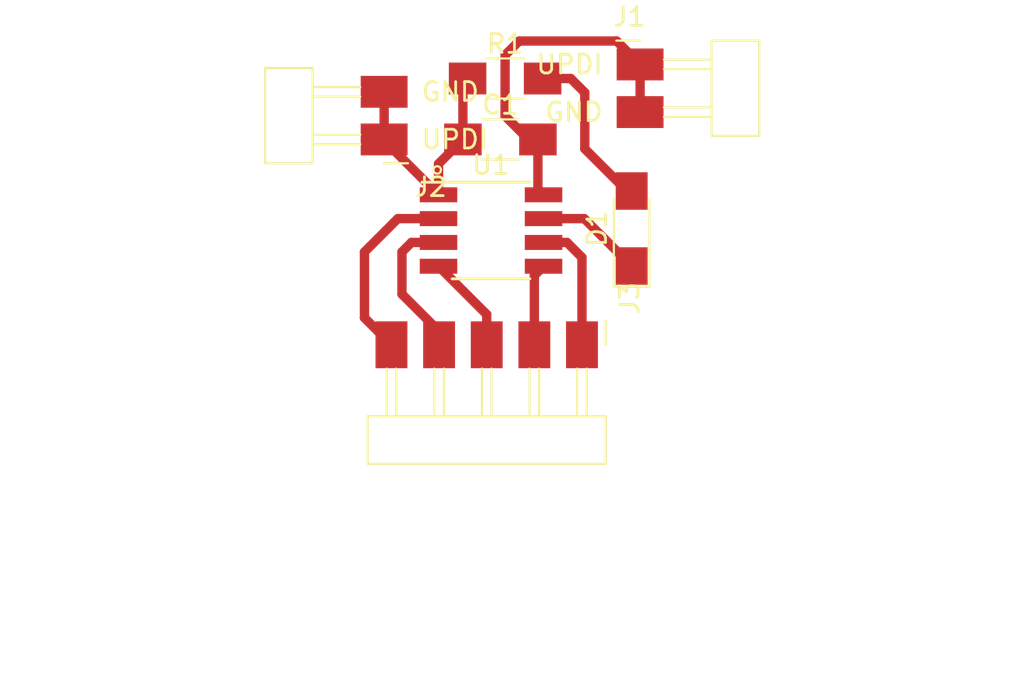
<source format=kicad_pcb>
(kicad_pcb (version 20211014) (generator pcbnew)
  (layers (0 "F.Cu" signal) (31 "B.Cu" signal) (34 "B.Paste" user) (35 "F.Paste" user) (36 "B.SilkS" user "B.Silkscreen") (37 "F.SilkS" user "F.Silkscreen") (38 "B.Mask" user) (39 "F.Mask" user) (44 "Edge.Cuts" user))
  (net 0 "")
  (net 1 "Net-(D1-Pad2)")
  (net 2 "/led pin")
  (net 3 "/gnd")
  (net 4 "/power")
  (net 5 "/rx")
  (net 6 "/tx")
  (net 7 "/scl")
  (net 8 "/sda")
  (net 9 "/updi")
  (footprint "fab:PinHeader_UPDI_01x02_P2.54mm_Horizontal_SMD" (layer "F.Cu") (at 123.2 74.25)
    (fp_text reference "J1" (at -1.524 -2.54 180) (layer "F.SilkS") (effects (justify left)))
    (fp_text value "Conn_PinHeader_1x02_P2.54mm_Horizontal_SMD")
    (fp_text user "UPDI" (at -1.905 0) (layer "F.SilkS") (effects (justify right)))
    (fp_text user "GND" (at -1.905 2.54) (layer "F.SilkS") (effects (justify right)))
    (fp_line (start 3.81 2.794) (end 1.27 2.794) (layer "F.SilkS") (width 0.12))
    (fp_line (start 3.81 -0.254) (end 1.27 -0.254) (layer "F.SilkS") (width 0.12))
    (fp_line (start 3.81 -1.27) (end 6.35 -1.27) (layer "F.SilkS") (width 0.12))
    (fp_line (start 3.81 2.286) (end 1.27 2.286) (layer "F.SilkS") (width 0.12))
    (fp_line (start 6.35 3.81) (end 3.81 3.81) (layer "F.SilkS") (width 0.12))
    (fp_line (start 3.81 3.81) (end 3.81 -1.27) (layer "F.SilkS") (width 0.12))
    (fp_line (start 3.81 0.254) (end 1.27 0.254) (layer "F.SilkS") (width 0.12))
    (fp_line (start -1.27 -1.27) (end 0 -1.27) (layer "F.SilkS") (width 0.12))
    (fp_line (start 6.35 -1.27) (end 6.35 3.81) (layer "F.SilkS") (width 0.12))
    (pad "1" smd rect locked (at 0 0) (size 2.5 1.7) (layers "F.Cu" "F.Paste" "F.Mask") (net 3 "/gnd"))
    (pad "2" smd rect locked (at 0 2.54) (size 2.5 1.7) (layers "F.Cu" "F.Paste" "F.Mask") (net 3 "/gnd"))
  )
  (footprint "fab:SOIC-8_3.9x4.9mm_P1.27mm" (layer "F.Cu") (at 115.25 83.1075)
    (fp_text reference "U1" (at 0 -3.5) (layer "F.SilkS"))
    (fp_text value "Microcontroller_ATtiny412_SSFR")
    (fp_line (start -3.69 -2.575) (end 2.075 -2.575) (layer "F.SilkS") (width 0.15))
    (fp_line (start -2.075 2.575) (end 2.075 2.575) (layer "F.SilkS") (width 0.15))
    (fp_circle (center -2.87 -3.23) (end -2.67 -3.23) (layer "F.SilkS") (width 0.12) (fill none))
    (pad "1" smd rect locked (at -2.8 -1.905) (size 2 0.8) (layers "F.Cu" "F.Paste" "F.Mask") (net 4 "/power"))
    (pad "2" smd rect locked (at -2.8 -0.635) (size 2 0.8) (layers "F.Cu" "F.Paste" "F.Mask") (net 6 "/tx"))
    (pad "3" smd rect locked (at -2.8 0.635) (size 2 0.8) (layers "F.Cu" "F.Paste" "F.Mask") (net 5 "/rx"))
    (pad "4" smd rect locked (at -2.8 1.905) (size 2 0.8) (layers "F.Cu" "F.Paste" "F.Mask") (net 8 "/sda"))
    (pad "5" smd rect locked (at 2.8 1.905) (size 2 0.8) (layers "F.Cu" "F.Paste" "F.Mask") (net 7 "/scl"))
    (pad "6" smd rect locked (at 2.8 0.635) (size 2 0.8) (layers "F.Cu" "F.Paste" "F.Mask") (net 9 "/updi"))
    (pad "7" smd rect locked (at 2.8 -0.635) (size 2 0.8) (layers "F.Cu" "F.Paste" "F.Mask") (net 2 "/led pin"))
    (pad "8" smd rect locked (at 2.8 -1.905) (size 2 0.8) (layers "F.Cu" "F.Paste" "F.Mask") (net 3 "/gnd"))
  )
  (footprint "fab:PinHeader_1x05_P2.54mm_Horizontal_SMD" (layer "F.Cu") (at 120.1 89.2 -90)
    (fp_text reference "J3" (at -1.524 -2.54 90) (layer "F.SilkS") (effects (justify left)))
    (fp_text value "Conn_PinHeader_1x05_P2.54mm_Horizontal_SMD")
    (fp_line (start 3.81 5.334) (end 1.27 5.334) (layer "F.SilkS") (width 0.12))
    (fp_line (start 3.81 2.286) (end 1.27 2.286) (layer "F.SilkS") (width 0.12))
    (fp_line (start 6.35 -1.27) (end 6.35 11.43) (layer "F.SilkS") (width 0.12))
    (fp_line (start 3.81 10.414) (end 1.27 10.414) (layer "F.SilkS") (width 0.12))
    (fp_line (start 3.81 9.906) (end 1.27 9.906) (layer "F.SilkS") (width 0.12))
    (fp_line (start 3.81 -1.27) (end 6.35 -1.27) (layer "F.SilkS") (width 0.12))
    (fp_line (start 3.81 11.43) (end 3.81 -1.27) (layer "F.SilkS") (width 0.12))
    (fp_line (start 3.81 7.366) (end 1.27 7.366) (layer "F.SilkS") (width 0.12))
    (fp_line (start 3.81 -0.254) (end 1.27 -0.254) (layer "F.SilkS") (width 0.12))
    (fp_line (start 3.81 4.826) (end 1.27 4.826) (layer "F.SilkS") (width 0.12))
    (fp_line (start -1.27 -1.27) (end 0 -1.27) (layer "F.SilkS") (width 0.12))
    (fp_line (start 3.81 0.254) (end 1.27 0.254) (layer "F.SilkS") (width 0.12))
    (fp_line (start 3.81 7.874) (end 1.27 7.874) (layer "F.SilkS") (width 0.12))
    (fp_line (start 6.35 11.43) (end 3.81 11.43) (layer "F.SilkS") (width 0.12))
    (fp_line (start 3.81 2.794) (end 1.27 2.794) (layer "F.SilkS") (width 0.12))
    (pad "1" smd rect locked (at 0 0 270) (size 2.5 1.7) (layers "F.Cu" "F.Paste" "F.Mask") (net 9 "/updi"))
    (pad "2" smd rect locked (at 0 2.54 270) (size 2.5 1.7) (layers "F.Cu" "F.Paste" "F.Mask") (net 7 "/scl"))
    (pad "3" smd rect locked (at 0 5.08 270) (size 2.5 1.7) (layers "F.Cu" "F.Paste" "F.Mask") (net 8 "/sda"))
    (pad "4" smd rect locked (at 0 7.62 270) (size 2.5 1.7) (layers "F.Cu" "F.Paste" "F.Mask") (net 5 "/rx"))
    (pad "5" smd rect locked (at 0 10.16 270) (size 2.5 1.7) (layers "F.Cu" "F.Paste" "F.Mask") (net 6 "/tx"))
  )
  (footprint "fab:R_1206" (layer "F.Cu") (at 116 75)
    (fp_text reference "R1" (at 0 -1.85) (layer "F.SilkS"))
    (fp_text value "R")
    (fp_line (start -1 -1.07) (end 1 -1.07) (layer "F.SilkS") (width 0.12))
    (fp_line (start 1 1.07) (end -1 1.07) (layer "F.SilkS") (width 0.12))
    (pad "1" smd rect locked (at -2 0) (size 2 1.7) (layers "F.Cu" "F.Paste" "F.Mask") (net 4 "/power"))
    (pad "2" smd rect locked (at 2 0) (size 2 1.7) (layers "F.Cu" "F.Paste" "F.Mask") (net 1 "Net-(D1-Pad2)"))
  )
  (footprint "fab:C_1206" (layer "F.Cu") (at 115.75 78.25)
    (fp_text reference "C1" (at 0 -1.85) (layer "F.SilkS"))
    (fp_text value "C")
    (fp_line (start -1 -1.07) (end 1 -1.07) (layer "F.SilkS") (width 0.12))
    (fp_line (start 1 1.07) (end -1 1.07) (layer "F.SilkS") (width 0.12))
    (pad "1" smd rect locked (at -2 0) (size 2 1.7) (layers "F.Cu" "F.Paste" "F.Mask") (net 4 "/power"))
    (pad "2" smd rect locked (at 2 0) (size 2 1.7) (layers "F.Cu" "F.Paste" "F.Mask") (net 3 "/gnd"))
  )
  (footprint "fab:PinHeader_UPDI_01x02_P2.54mm_Horizontal_SMD" (layer "F.Cu") (at 109.55 78.25 180)
    (fp_text reference "J2" (at -1.524 -2.54) (layer "F.SilkS") (effects (justify left)))
    (fp_text value "Conn_PinHeader_1x02_P2.54mm_Horizontal_SMD")
    (fp_text user "GND" (at -1.905 2.54) (layer "F.SilkS") (effects (justify left)))
    (fp_text user "UPDI" (at -1.905 0) (layer "F.SilkS") (effects (justify left)))
    (fp_line (start 3.81 3.81) (end 3.81 -1.27) (layer "F.SilkS") (width 0.12))
    (fp_line (start 3.81 0.254) (end 1.27 0.254) (layer "F.SilkS") (width 0.12))
    (fp_line (start 3.81 -0.254) (end 1.27 -0.254) (layer "F.SilkS") (width 0.12))
    (fp_line (start 6.35 -1.27) (end 6.35 3.81) (layer "F.SilkS") (width 0.12))
    (fp_line (start 6.35 3.81) (end 3.81 3.81) (layer "F.SilkS") (width 0.12))
    (fp_line (start 3.81 -1.27) (end 6.35 -1.27) (layer "F.SilkS") (width 0.12))
    (fp_line (start 3.81 2.794) (end 1.27 2.794) (layer "F.SilkS") (width 0.12))
    (fp_line (start 3.81 2.286) (end 1.27 2.286) (layer "F.SilkS") (width 0.12))
    (fp_line (start -1.27 -1.27) (end 0 -1.27) (layer "F.SilkS") (width 0.12))
    (pad "1" smd rect locked (at 0 0 180) (size 2.5 1.7) (layers "F.Cu" "F.Paste" "F.Mask") (net 4 "/power"))
    (pad "2" smd rect locked (at 0 2.54 180) (size 2.5 1.7) (layers "F.Cu" "F.Paste" "F.Mask") (net 4 "/power"))
  )
  (footprint "fab:LED_1206" (layer "F.Cu") (at 122.75 83 90)
    (fp_text reference "D1" (at 0 -1.85 90) (layer "F.SilkS"))
    (fp_text value "LED")
    (fp_line (start -3.1 -0.95) (end 1.6 -0.95) (layer "F.SilkS") (width 0.12))
    (fp_line (start -3.1 0.95) (end 1.6 0.95) (layer "F.SilkS") (width 0.12))
    (fp_line (start -3.1 -0.95) (end -3.1 0.95) (layer "F.SilkS") (width 0.12))
    (pad "1" smd rect locked (at -2 0 90) (size 2 1.7) (layers "F.Cu" "F.Paste" "F.Mask") (net 2 "/led pin"))
    (pad "2" smd rect locked (at 2 0 90) (size 2 1.7) (layers "F.Cu" "F.Paste" "F.Mask") (net 1 "Net-(D1-Pad2)"))
  )
  (segment (start 118 75) (end 119.5 75) (width 0.5) (layer "F.Cu") (net 1))
  (segment (start 120.25 75.75) (end 120.25 78.75) (width 0.5) (layer "F.Cu") (net 1))
  (segment (start 122.5 81) (end 122.75 81) (width 0.5) (layer "F.Cu") (net 1))
  (segment (start 120.25 78.75) (end 122.5 81) (width 0.5) (layer "F.Cu") (net 1))
  (segment (start 119.5 75) (end 120.25 75.75) (width 0.5) (layer "F.Cu") (net 1))
  (segment (start 120.2225 82.4725) (end 118.05 82.4725) (width 0.5) (layer "F.Cu") (net 2))
  (segment (start 122.75 85) (end 120.2225 82.4725) (width 0.5) (layer "F.Cu") (net 2))
  (segment (start 123.2 74.25) (end 121.95 73) (width 0.5) (layer "F.Cu") (net 3))
  (segment (start 116 77) (end 117.25 78.25) (width 0.5) (layer "F.Cu") (net 3))
  (segment (start 116 73.75) (end 116 77) (width 0.5) (layer "F.Cu") (net 3))
  (segment (start 123.2 76.79) (end 123.2 74.25) (width 0.5) (layer "F.Cu") (net 3))
  (segment (start 117.75 80.9025) (end 118.05 81.2025) (width 0.5) (layer "F.Cu") (net 3))
  (segment (start 117.25 78.25) (end 117.75 78.25) (width 0.5) (layer "F.Cu") (net 3))
  (segment (start 116.75 73) (end 116 73.75) (width 0.5) (layer "F.Cu") (net 3))
  (segment (start 121.95 73) (end 116.75 73) (width 0.5) (layer "F.Cu") (net 3))
  (segment (start 117.75 78.25) (end 117.75 80.9025) (width 0.5) (layer "F.Cu") (net 3))
  (segment (start 112.45 79.55) (end 113.75 78.25) (width 0.5) (layer "F.Cu") (net 4))
  (segment (start 113.75 75.25) (end 114 75) (width 0.5) (layer "F.Cu") (net 4))
  (segment (start 109.55 78.25) (end 109.55 78.3025) (width 0.5) (layer "F.Cu") (net 4))
  (segment (start 109.55 75.71) (end 109.55 78.25) (width 0.5) (layer "F.Cu") (net 4))
  (segment (start 113.75 78.25) (end 113.75 75.25) (width 0.5) (layer "F.Cu") (net 4))
  (segment (start 109.55 78.3025) (end 112.45 81.2025) (width 0.5) (layer "F.Cu") (net 4))
  (segment (start 112.45 81.2025) (end 112.45 79.55) (width 0.5) (layer "F.Cu") (net 4))
  (segment (start 110.5 86.5) (end 110.5 84.25) (width 0.5) (layer "F.Cu") (net 5))
  (segment (start 112.48 88.48) (end 110.5 86.5) (width 0.5) (layer "F.Cu") (net 5))
  (segment (start 111.0075 83.7425) (end 112.45 83.7425) (width 0.5) (layer "F.Cu") (net 5))
  (segment (start 112.48 89.2) (end 112.48 88.48) (width 0.5) (layer "F.Cu") (net 5))
  (segment (start 110.5 84.25) (end 111.0075 83.7425) (width 0.5) (layer "F.Cu") (net 5))
  (segment (start 108.5 87.76) (end 108.5 84.25) (width 0.5) (layer "F.Cu") (net 6))
  (segment (start 108.5 84.25) (end 110.2775 82.4725) (width 0.5) (layer "F.Cu") (net 6))
  (segment (start 110.2775 82.4725) (end 112.45 82.4725) (width 0.5) (layer "F.Cu") (net 6))
  (segment (start 109.94 89.2) (end 108.5 87.76) (width 0.5) (layer "F.Cu") (net 6))
  (segment (start 117.56 85.5025) (end 118.05 85.0125) (width 0.5) (layer "F.Cu") (net 7))
  (segment (start 117.56 89.2) (end 117.56 85.5025) (width 0.5) (layer "F.Cu") (net 7))
  (segment (start 115.02 87.5825) (end 112.45 85.0125) (width 0.5) (layer "F.Cu") (net 8))
  (segment (start 115.02 89.2) (end 115.02 87.5825) (width 0.5) (layer "F.Cu") (net 8))
  (segment (start 120.1 84.5425) (end 119.3 83.7425) (width 0.5) (layer "F.Cu") (net 9))
  (segment (start 120.1 89.2) (end 120.1 84.5425) (width 0.5) (layer "F.Cu") (net 9))
  (segment (start 119.3 83.7425) (end 118.05 83.7425) (width 0.5) (layer "F.Cu") (net 9))
)
</source>
